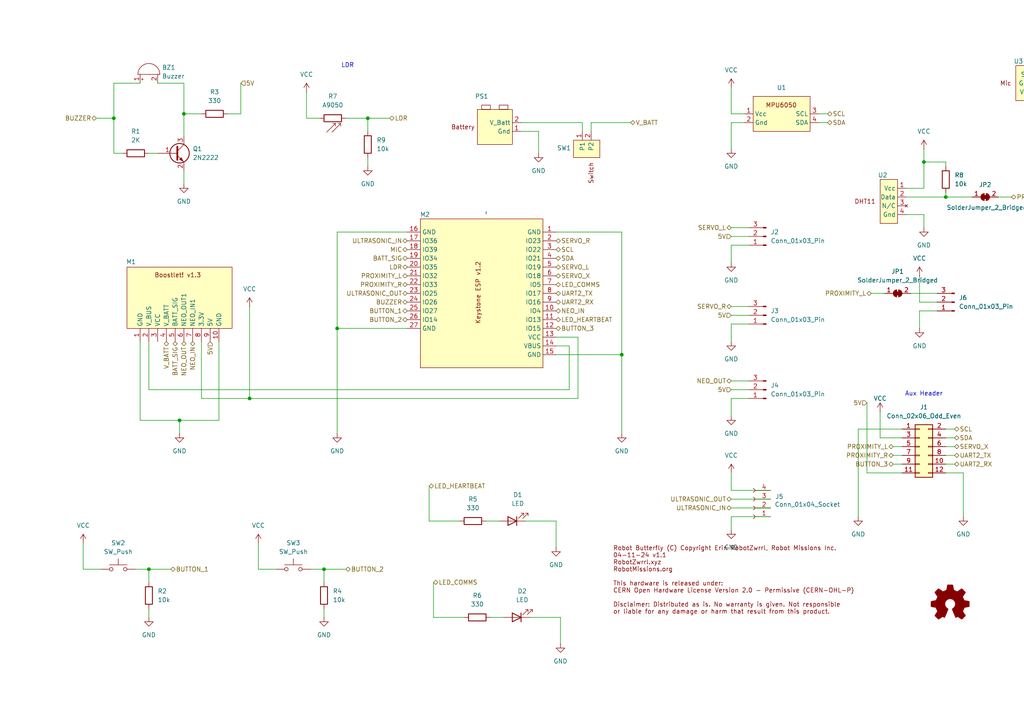
<source format=kicad_sch>
(kicad_sch (version 20231120) (generator "eeschema") (generator_version "8.0")
  (paper "A4")
  (title_block (title "Butterfly-Chonky") (date "03-16-24") (rev "v1.0"))
  (lib_symbols
    (symbol "!Conservify:2N2222" (pin_names (offset 0) hide)
      (property "Reference" "Q" (at 5.08 1.905 0))
      (property "Value" "2N2222" (at 5.08 0 0))
      (symbol "2N2222_0_1"
        (polyline (pts (xy 0.635 0.635) (xy 2.54 2.54)))
        (polyline (pts (xy 0.635 -0.635) (xy 2.54 -2.54) (xy 2.54 -2.54)))
        (polyline (pts (xy 0.635 1.905) (xy 0.635 -1.905) (xy 0.635 -1.905)) (stroke (width 0.508)))
        (polyline (pts (xy 1.27 -1.778) (xy 1.778 -1.27) (xy 2.286 -2.286) (xy 1.27 -1.778) (xy 1.27 -1.778)) (fill (type outline)))
        (circle (center 1.27 0) (radius 2.8194) (stroke (width 0.254)))
      )
      (symbol "2N2222_1_1"
        (pin passive line (at -5.08 0 0) (length 5.715) (name "B") (number "1"))
        (pin passive line (at 2.54 -5.08 90) (length 2.54) (name "E") (number "2"))
        (pin passive line (at 2.54 5.08 270) (length 2.54) (name "C") (number "3"))
      )
    )
    (symbol "!RobotButterfly:2xAA_Battery_Module"
      (property "Reference" "PS" (at 1.27 2.54 0))
      (symbol "2xAA_Battery_Module_1_1"
        (rectangle (start 0 0) (end 10.16 -10.16) (fill (type background)))
        (rectangle (start 1.27 1.27) (end 3.81 0))
        (rectangle (start 6.35 1.27) (end 8.89 0))
        (text "Battery" (at -7.62 -5.08 0) (effects (font (size 1.27 1.27)) (justify left)))
        (pin input line (at 12.7 -6.35 180) (length 2.54) (name "Gnd") (number "1"))
        (pin input line (at 12.7 -3.81 180) (length 2.54) (name "V_Batt") (number "2"))
      )
    )
    (symbol "!RobotButterfly:Boostlet_v1.3"
      (property "Reference" "M" (at -14.478 6.35 0))
      (symbol "Boostlet_v1.3_1_1"
        (rectangle (start -15.24 5.08) (end 15.24 -12.7) (fill (type background)))
        (text "Boostlet! v1.3" (at -0.508 2.794 0) (effects (font (size 1.27 1.27))))
        (pin passive line (at -11.43 -16.51 90) (length 3.81) (name "GND") (number "1"))
        (pin passive line (at 11.43 -16.51 90) (length 3.81) (name "GND") (number "10"))
        (pin passive line (at -8.89 -16.51 90) (length 3.81) (name "V_BUS") (number "2"))
        (pin passive line (at -6.35 -16.51 90) (length 3.81) (name "VCC") (number "3"))
        (pin passive line (at -3.81 -16.51 90) (length 3.81) (name "V_BATT") (number "4"))
        (pin passive line (at -1.27 -16.51 90) (length 3.81) (name "BATT_SIG") (number "5"))
        (pin passive line (at 1.27 -16.51 90) (length 3.81) (name "NEO_OUT1") (number "6"))
        (pin passive line (at 3.81 -16.51 90) (length 3.81) (name "NEO_IN1") (number "7"))
        (pin passive line (at 6.35 -16.51 90) (length 3.81) (name "3.3V") (number "8"))
        (pin passive line (at 8.89 -16.51 90) (length 3.81) (name "5V") (number "9"))
      )
    )
    (symbol "!RobotButterfly:DHT11_Module"
      (property "Reference" "U" (at 1.27 1.27 0))
      (symbol "DHT11_Module_1_1"
        (rectangle (start 0 0) (end 5.08 -12.7) (fill (type background)))
        (text "DHT11" (at -1.27 -6.35 0) (effects (font (size 1.27 1.27)) (justify right)))
        (pin input line (at 7.62 -2.54 180) (length 2.54) (name "Vcc") (number "1"))
        (pin bidirectional line (at 7.62 -5.08 180) (length 2.54) (name "Data") (number "2"))
        (pin no_connect line (at 7.62 -7.62 180) (length 2.54) (name "N/C") (number "3"))
        (pin input line (at 7.62 -10.16 180) (length 2.54) (name "Gnd") (number "4"))
      )
    )
    (symbol "!RobotButterfly:Keystone-ESP_v1.2"
      (property "Reference" "M" (at -21.844 18.796 0))
      (symbol "Keystone-ESP_v1.2_1_1"
        (rectangle (start -22.86 17.78) (end 20.32 -17.78) (fill (type background)))
        (text "Keystone ESP v1.2" (at -1.016 1.016 0) (effects (font (size 1.27 1.27))))
        (pin passive line (at 16.51 -21.59 90) (length 3.81) (name "GND") (number "1"))
        (pin passive line (at -6.35 -21.59 90) (length 3.81) (name "IO4") (number "10"))
        (pin passive line (at -8.89 -21.59 90) (length 3.81) (name "IO13") (number "11"))
        (pin passive line (at -11.43 -21.59 90) (length 3.81) (name "IO15") (number "12"))
        (pin passive line (at -13.97 -21.59 90) (length 3.81) (name "VCC") (number "13"))
        (pin passive line (at -16.51 -21.59 90) (length 3.81) (name "VBUS") (number "14"))
        (pin passive line (at -19.05 -21.59 90) (length 3.81) (name "GND") (number "15"))
        (pin passive line (at 16.51 21.59 270) (length 3.81) (name "GND") (number "16"))
        (pin passive line (at 13.97 21.59 270) (length 3.81) (name "IO36") (number "17"))
        (pin passive line (at 11.43 21.59 270) (length 3.81) (name "IO39") (number "18"))
        (pin passive line (at 8.89 21.59 270) (length 3.81) (name "IO34") (number "19"))
        (pin passive line (at 13.97 -21.59 90) (length 3.81) (name "IO23") (number "2"))
        (pin passive line (at 6.35 21.59 270) (length 3.81) (name "IO35") (number "20"))
        (pin passive line (at 3.81 21.59 270) (length 3.81) (name "IO32") (number "21"))
        (pin passive line (at 1.27 21.59 270) (length 3.81) (name "IO33") (number "22"))
        (pin passive line (at -1.27 21.59 270) (length 3.81) (name "IO25") (number "23"))
        (pin passive line (at -3.81 21.59 270) (length 3.81) (name "IO26") (number "24"))
        (pin passive line (at -6.35 21.59 270) (length 3.81) (name "IO27") (number "25"))
        (pin passive line (at -8.89 21.59 270) (length 3.81) (name "IO14") (number "26"))
        (pin passive line (at -11.43 21.59 270) (length 3.81) (name "GND") (number "27"))
        (pin passive line (at 11.43 -21.59 90) (length 3.81) (name "IO22") (number "3"))
        (pin passive line (at 8.89 -21.59 90) (length 3.81) (name "IO21") (number "4"))
        (pin passive line (at 6.35 -21.59 90) (length 3.81) (name "IO19") (number "5"))
        (pin passive line (at 3.81 -21.59 90) (length 3.81) (name "IO18") (number "6"))
        (pin passive line (at 1.27 -21.59 90) (length 3.81) (name "IO5") (number "7"))
        (pin passive line (at -1.27 -21.59 90) (length 3.81) (name "IO17") (number "8"))
        (pin passive line (at -3.81 -21.59 90) (length 3.81) (name "IO16") (number "9"))
      )
    )
    (symbol "!RobotButterfly:MPU6050_Module"
      (property "Reference" "U" (at 1.27 1.27 0))
      (symbol "MPU6050_Module_1_1"
        (rectangle (start 0 0) (end 16.51 -10.16) (fill (type background)))
        (text "MPU6050" (at 12.7 -2.54 0) (effects (font (size 1.27 1.27)) (justify right)))
        (pin input line (at -2.54 -5.08 0) (length 2.54) (name "Vcc") (number "1"))
        (pin input line (at -2.54 -7.62 0) (length 2.54) (name "Gnd") (number "2"))
        (pin bidirectional line (at 19.05 -5.08 180) (length 2.54) (name "SCL") (number "3"))
        (pin bidirectional line (at 19.05 -7.62 180) (length 2.54) (name "SDA") (number "4"))
      )
    )
    (symbol "!RobotButterfly:Mic_Module"
      (property "Reference" "U" (at 1.27 1.27 0))
      (symbol "Mic_Module_1_1"
        (rectangle (start 0 0) (end 5.08 -10.16) (fill (type background)))
        (text "Mic" (at -1.27 -5.08 0) (effects (font (size 1.27 1.27)) (justify right)))
        (pin output line (at 7.62 -2.54 180) (length 2.54) (name "Sig") (number "1"))
        (pin input line (at 7.62 -5.08 180) (length 2.54) (name "Gnd") (number "2"))
        (pin input line (at 7.62 -7.62 180) (length 2.54) (name "Vcc") (number "3"))
      )
    )
    (symbol "!RobotButterfly:Switch_Header"
      (property "Reference" "SW" (at 1.27 1.27 0))
      (symbol "Switch_Header_1_1"
        (rectangle (start 0 0) (end 5.08 -7.62) (fill (type background)))
        (text "Switch" (at -1.27 -5.08 0) (effects (font (size 1.27 1.27)) (justify right)))
        (pin input line (at 7.62 -2.54 180) (length 2.54) (name "P1") (number "1"))
        (pin input line (at 7.62 -5.08 180) (length 2.54) (name "P2") (number "2"))
      )
    )
    (symbol "Connector:Conn_01x03_Pin" (pin_names (offset 1.016) hide)
      (property "Reference" "J" (at 0 5.08 0))
      (property "Value" "Conn_01x03_Pin" (at 0 -5.08 0))
      (symbol "Conn_01x03_Pin_1_1"
        (polyline (pts (xy 1.27 -2.54) (xy 0.8636 -2.54)) (stroke (width 0.1524)))
        (polyline (pts (xy 1.27 0) (xy 0.8636 0)) (stroke (width 0.1524)))
        (polyline (pts (xy 1.27 2.54) (xy 0.8636 2.54)) (stroke (width 0.1524)))
        (rectangle (start 0.8636 -2.413) (end 0 -2.667) (stroke (width 0.1524)) (fill (type outline)))
        (rectangle (start 0.8636 0.127) (end 0 -0.127) (stroke (width 0.1524)) (fill (type outline)))
        (rectangle (start 0.8636 2.667) (end 0 2.413) (stroke (width 0.1524)) (fill (type outline)))
        (pin passive line (at 5.08 2.54 180) (length 3.81) (name "Pin_1") (number "1"))
        (pin passive line (at 5.08 0 180) (length 3.81) (name "Pin_2") (number "2"))
        (pin passive line (at 5.08 -2.54 180) (length 3.81) (name "Pin_3") (number "3"))
      )
    )
    (symbol "Connector:Conn_01x04_Socket" (pin_names (offset 1.016) hide)
      (property "Reference" "J" (at 0 5.08 0))
      (property "Value" "Conn_01x04_Socket" (at 0 -7.62 0))
      (symbol "Conn_01x04_Socket_1_1"
        (arc (start 0 -4.572) (mid -0.5058 -5.08) (end 0 -5.588) (stroke (width 0.1524)))
        (arc (start 0 -2.032) (mid -0.5058 -2.54) (end 0 -3.048) (stroke (width 0.1524)))
        (polyline (pts (xy -1.27 -5.08) (xy -0.508 -5.08)) (stroke (width 0.1524)))
        (polyline (pts (xy -1.27 -2.54) (xy -0.508 -2.54)) (stroke (width 0.1524)))
        (polyline (pts (xy -1.27 0) (xy -0.508 0)) (stroke (width 0.1524)))
        (polyline (pts (xy -1.27 2.54) (xy -0.508 2.54)) (stroke (width 0.1524)))
        (arc (start 0 0.508) (mid -0.5058 0) (end 0 -0.508) (stroke (width 0.1524)))
        (arc (start 0 3.048) (mid -0.5058 2.54) (end 0 2.032) (stroke (width 0.1524)))
        (pin passive line (at -5.08 2.54 0) (length 3.81) (name "Pin_1") (number "1"))
        (pin passive line (at -5.08 0 0) (length 3.81) (name "Pin_2") (number "2"))
        (pin passive line (at -5.08 -2.54 0) (length 3.81) (name "Pin_3") (number "3"))
        (pin passive line (at -5.08 -5.08 0) (length 3.81) (name "Pin_4") (number "4"))
      )
    )
    (symbol "Connector_Generic:Conn_02x06_Odd_Even" (pin_names (offset 1.016) hide)
      (property "Reference" "J" (at 1.27 7.62 0))
      (property "Value" "Conn_02x06_Odd_Even" (at 1.27 -10.16 0))
      (symbol "Conn_02x06_Odd_Even_1_1"
        (rectangle (start -1.27 -7.493) (end 0 -7.747) (stroke (width 0.1524)))
        (rectangle (start -1.27 -4.953) (end 0 -5.207) (stroke (width 0.1524)))
        (rectangle (start -1.27 -2.413) (end 0 -2.667) (stroke (width 0.1524)))
        (rectangle (start -1.27 0.127) (end 0 -0.127) (stroke (width 0.1524)))
        (rectangle (start -1.27 2.667) (end 0 2.413) (stroke (width 0.1524)))
        (rectangle (start -1.27 5.207) (end 0 4.953) (stroke (width 0.1524)))
        (rectangle (start -1.27 6.35) (end 3.81 -8.89) (stroke (width 0.254)) (fill (type background)))
        (rectangle (start 3.81 -7.493) (end 2.54 -7.747) (stroke (width 0.1524)))
        (rectangle (start 3.81 -4.953) (end 2.54 -5.207) (stroke (width 0.1524)))
        (rectangle (start 3.81 -2.413) (end 2.54 -2.667) (stroke (width 0.1524)))
        (rectangle (start 3.81 0.127) (end 2.54 -0.127) (stroke (width 0.1524)))
        (rectangle (start 3.81 2.667) (end 2.54 2.413) (stroke (width 0.1524)))
        (rectangle (start 3.81 5.207) (end 2.54 4.953) (stroke (width 0.1524)))
        (pin passive line (at -5.08 5.08 0) (length 3.81) (name "Pin_1") (number "1"))
        (pin passive line (at 7.62 -5.08 180) (length 3.81) (name "Pin_10") (number "10"))
        (pin passive line (at -5.08 -7.62 0) (length 3.81) (name "Pin_11") (number "11"))
        (pin passive line (at 7.62 -7.62 180) (length 3.81) (name "Pin_12") (number "12"))
        (pin passive line (at 7.62 5.08 180) (length 3.81) (name "Pin_2") (number "2"))
        (pin passive line (at -5.08 2.54 0) (length 3.81) (name "Pin_3") (number "3"))
        (pin passive line (at 7.62 2.54 180) (length 3.81) (name "Pin_4") (number "4"))
        (pin passive line (at -5.08 0 0) (length 3.81) (name "Pin_5") (number "5"))
        (pin passive line (at 7.62 0 180) (length 3.81) (name "Pin_6") (number "6"))
        (pin passive line (at -5.08 -2.54 0) (length 3.81) (name "Pin_7") (number "7"))
        (pin passive line (at 7.62 -2.54 180) (length 3.81) (name "Pin_8") (number "8"))
        (pin passive line (at -5.08 -5.08 0) (length 3.81) (name "Pin_9") (number "9"))
      )
    )
    (symbol "Device:Buzzer" (pin_names (offset 0.0254) hide)
      (property "Reference" "BZ" (at 3.81 1.27 0))
      (property "Value" "Buzzer" (at 3.81 -1.27 0))
      (symbol "Buzzer_0_1"
        (arc (start 0 -3.175) (mid 3.1612 0) (end 0 3.175))
        (polyline (pts (xy -1.651 1.905) (xy -1.143 1.905)))
        (polyline (pts (xy -1.397 2.159) (xy -1.397 1.651)))
        (polyline (pts (xy 0 3.175) (xy 0 -3.175)))
      )
      (symbol "Buzzer_1_1"
        (pin passive line (at -2.54 2.54 0) (length 2.54) (name "+") (number "1"))
        (pin passive line (at -2.54 -2.54 0) (length 2.54) (name "-") (number "2"))
      )
    )
    (symbol "Device:LED" (pin_numbers hide) (pin_names (offset 1.016) hide)
      (property "Reference" "D" (at 0 2.54 0))
      (property "Value" "LED" (at 0 -2.54 0))
      (symbol "LED_0_1"
        (polyline (pts (xy -1.27 -1.27) (xy -1.27 1.27)) (stroke (width 0.254)))
        (polyline (pts (xy -1.27 0) (xy 1.27 0)))
        (polyline (pts (xy 1.27 -1.27) (xy 1.27 1.27) (xy -1.27 0) (xy 1.27 -1.27)) (stroke (width 0.254)))
        (polyline (pts (xy -3.048 -0.762) (xy -4.572 -2.286) (xy -3.81 -2.286) (xy -4.572 -2.286) (xy -4.572 -1.524)))
        (polyline (pts (xy -1.778 -0.762) (xy -3.302 -2.286) (xy -2.54 -2.286) (xy -3.302 -2.286) (xy -3.302 -1.524)))
      )
      (symbol "LED_1_1"
        (pin passive line (at -3.81 0 0) (length 2.54) (name "K") (number "1"))
        (pin passive line (at 3.81 0 180) (length 2.54) (name "A") (number "2"))
      )
    )
    (symbol "Device:R" (pin_numbers hide) (pin_names (offset 0))
      (property "Reference" "R" (at 2.032 0 90))
      (property "Value" "R" (at 0 0 90))
      (symbol "R_0_1"
        (rectangle (start -1.016 -2.54) (end 1.016 2.54) (stroke (width 0.254)))
      )
      (symbol "R_1_1"
        (pin passive line (at 0 3.81 270) (length 1.27) (name "~") (number "1"))
        (pin passive line (at 0 -3.81 90) (length 1.27) (name "~") (number "2"))
      )
    )
    (symbol "Graphic:Logo_Open_Hardware_Small" (in_bom no) (on_board no)
      (symbol "Logo_Open_Hardware_Small_0_1"
        (polyline (pts (xy 3.3528 -4.3434) (xy 3.302 -4.318) (xy 3.175 -4.2418) (xy 2.9972 -4.1148) (xy 2.7686 -3.9624) (xy 2.54 -3.81) (xy 2.3622 -3.7084) (xy 2.2352 -3.6068) (xy 2.1844 -3.5814) (xy 2.159 -3.6068) (xy 2.0574 -3.6576) (xy 1.905 -3.7338) (xy 1.8034 -3.7846) (xy 1.6764 -3.8354) (xy 1.6002 -3.8354) (xy 1.6002 -3.8354) (xy 1.5494 -3.7338) (xy 1.4732 -3.5306) (xy 1.3462 -3.302) (xy 1.2446 -3.0226) (xy 1.1176 -2.7178) (xy 0.9652 -2.413) (xy 0.8636 -2.1082) (xy 0.7366 -1.8288) (xy 0.6604 -1.6256) (xy 0.6096 -1.4732) (xy 0.5842 -1.397) (xy 0.5842 -1.397) (xy 0.6604 -1.3208) (xy 0.7874 -1.2446) (xy 1.0414 -1.016) (xy 1.2954 -0.6858) (xy 1.4478 -0.3302) (xy 1.524 0.0762) (xy 1.4732 0.4572) (xy 1.3208 0.8128) (xy 1.0668 1.143) (xy 0.762 1.3716) (xy 0.4064 1.524) (xy 0 1.5748) (xy -0.381 1.5494) (xy -0.7366 1.397) (xy -1.0668 1.143) (xy -1.2192 0.9906) (xy -1.397 0.6604) (xy -1.524 0.3048) (xy -1.524 0.2286) (xy -1.4986 -0.1778) (xy -1.397 -0.5334) (xy -1.1938 -0.8636) (xy -0.9144 -1.143) (xy -0.8636 -1.1684) (xy -0.7366 -1.27) (xy -0.635 -1.3462) (xy -0.5842 -1.397) (xy -1.0668 -2.5908) (xy -1.143 -2.794) (xy -1.2954 -3.1242) (xy -1.397 -3.4036) (xy -1.4986 -3.6322) (xy -1.5748 -3.7846) (xy -1.6002 -3.8354) (xy -1.6002 -3.8354) (xy -1.651 -3.8354) (xy -1.7272 -3.81) (xy -1.905 -3.7338) (xy -2.0066 -3.683) (xy -2.1336 -3.6068) (xy -2.2098 -3.5814) (xy -2.2606 -3.6068) (xy -2.3622 -3.683) (xy -2.54 -3.81) (xy -2.7686 -3.9624) (xy -2.9718 -4.0894) (xy -3.1496 -4.2164) (xy -3.302 -4.318) (xy -3.3528 -4.3434) (xy -3.3782 -4.3434) (xy -3.429 -4.318) (xy -3.5306 -4.2164) (xy -3.7084 -4.064) (xy -3.937 -3.8354) (xy -3.9624 -3.81) (xy -4.1656 -3.6068) (xy -4.318 -3.4544) (xy -4.4196 -3.3274) (xy -4.445 -3.2766) (xy -4.445 -3.2766) (xy -4.4196 -3.2258) (xy -4.318 -3.0734) (xy -4.2164 -2.8956) (xy -4.064 -2.667) (xy -3.6576 -2.0828) (xy -3.8862 -1.5494) (xy -3.937 -1.3716) (xy -4.0386 -1.1684) (xy -4.0894 -1.0414) (xy -4.1148 -0.9652) (xy -4.191 -0.9398) (xy -4.318 -0.9144) (xy -4.5466 -0.8636) (xy -4.8006 -0.8128) (xy -5.0546 -0.7874) (xy -5.2578 -0.7366) (xy -5.4356 -0.7112) (xy -5.5118 -0.6858) (xy -5.5118 -0.6858) (xy -5.5372 -0.635) (xy -5.5372 -0.5588) (xy -5.5372 -0.4318) (xy -5.5626 -0.2286) (xy -5.5626 0.0762) (xy -5.5626 0.127) (xy -5.5372 0.4064) (xy -5.5372 0.635) (xy -5.5372 0.762) (xy -5.5372 0.8382) (xy -5.5372 0.8382) (xy -5.461 0.8382) (xy -5.3086 0.889) (xy -5.08 0.9144) (xy -4.826 0.9652) (xy -4.8006 0.9906) (xy -4.5466 1.0414) (xy -4.318 1.0668) (xy -4.1656 1.1176) (xy -4.0894 1.143) (xy -4.0894 1.143) (xy -4.0386 1.2446) (xy -3.9624 1.4224) (xy -3.8608 1.6256) (xy -3.7846 1.8288) (xy -3.7084 2.0066) (xy -3.6576 2.159) (xy -3.6322 2.2098) (xy -3.6322 2.2098) (xy -3.683 2.286) (xy -3.7592 2.413) (xy -3.8862 2.5908) (xy -4.064 2.8194) (xy -4.064 2.8448) (xy -4.2164 3.0734) (xy -4.3434 3.2512) (xy -4.4196 3.3782) (xy -4.445 3.4544) (xy -4.445 3.4544) (xy -4.3942 3.5052) (xy -4.2926 3.6322) (xy -4.1148 3.81) (xy -3.937 4.0132) (xy -3.8608 4.064) (xy -3.6576 4.2926) (xy -3.5052 4.4196) (xy -3.4036 4.4958) (xy -3.3528 4.5212) (xy -3.3528 4.5212) (xy -3.302 4.4704) (xy -3.1496 4.3688) (xy -2.9718 4.2418) (xy -2.7432 4.0894) (xy -2.7178 4.0894) (xy -2.4892 3.937) (xy -2.3114 3.81) (xy -2.1844 3.7084) (xy -2.1336 3.683) (xy -2.1082 3.683) (xy -2.032 3.7084) (xy -1.8542 3.7592) (xy -1.6764 3.8354) (xy -1.4732 3.937) (xy -1.27 4.0132) (xy -1.143 4.064) (xy -1.0668 4.1148) (xy -1.0668 4.1148) (xy -1.0414 4.191) (xy -1.016 4.3434) (xy -0.9652 4.572) (xy -0.9144 4.8514) (xy -0.889 4.9022) (xy -0.8382 5.1562) (xy -0.8128 5.3848) (xy -0.7874 5.5372) (xy -0.762 5.588) (xy -0.7112 5.6134) (xy -0.5842 5.6134) (xy -0.4064 5.6134) (xy -0.1524 5.6134) (xy 0.0762 5.6134) (xy 0.3302 5.6134) (xy 0.5334 5.6134) (xy 0.6858 5.588) (xy 0.7366 5.588) (xy 0.7366 5.588) (xy 0.762 5.5118) (xy 0.8128 5.334) (xy 0.8382 5.1054) (xy 0.9144 4.826) (xy 0.9144 4.7752) (xy 0.9652 4.5212) (xy 1.016 4.2926) (xy 1.0414 4.1402) (xy 1.0668 4.0894) (xy 1.0668 4.0894) (xy 1.1938 4.0386) (xy 1.3716 3.9624) (xy 1.5748 3.8608) (xy 2.0828 3.6576) (xy 2.7178 4.0894) (xy 2.7686 4.1402) (xy 2.9972 4.2926) (xy 3.175 4.4196) (xy 3.302 4.4958) (xy 3.3782 4.5212) (xy 3.3782 4.5212) (xy 3.429 4.4704) (xy 3.556 4.3434) (xy 3.7338 4.191) (xy 3.9116 3.9878) (xy 4.064 3.8354) (xy 4.2418 3.6576) (xy 4.3434 3.556) (xy 4.4196 3.4798) (xy 4.4196 3.429) (xy 4.4196 3.4036) (xy 4.3942 3.3274) (xy 4.2926 3.2004) (xy 4.1656 2.9972) (xy 4.0132 2.794) (xy 3.8862 2.5908) (xy 3.7592 2.3876) (xy 3.6576 2.2352) (xy 3.6322 2.159) (xy 3.6322 2.1336) (xy 3.683 2.0066) (xy 3.7592 1.8288) (xy 3.8608 1.6002) (xy 4.064 1.1176) (xy 4.3942 1.0414) (xy 4.5974 1.016) (xy 4.8768 0.9652) (xy 5.1308 0.9144) (xy 5.5372 0.8382) (xy 5.5626 -0.6604) (xy 5.4864 -0.6858) (xy 5.4356 -0.6858) (xy 5.2832 -0.7366) (xy 5.0546 -0.762) (xy 4.8006 -0.8128) (xy 4.5974 -0.8636) (xy 4.3688 -0.9144) (xy 4.2164 -0.9398) (xy 4.1402 -0.9398) (xy 4.1148 -0.9652) (xy 4.064 -1.0668) (xy 3.9878 -1.2446) (xy 3.9116 -1.4478) (xy 3.81 -1.651) (xy 3.7338 -1.8542) (xy 3.683 -2.0066) (xy 3.6576 -2.0828) (xy 3.683 -2.1336) (xy 3.7846 -2.2606) (xy 3.8862 -2.4638) (xy 4.0386 -2.667) (xy 4.191 -2.8956) (xy 4.318 -3.0734) (xy 4.3942 -3.2004) (xy 4.445 -3.2766) (xy 4.4196 -3.3274) (xy 4.3434 -3.429) (xy 4.1656 -3.5814) (xy 3.937 -3.8354) (xy 3.8862 -3.8608) (xy 3.683 -4.064) (xy 3.5306 -4.2164) (xy 3.4036 -4.318) (xy 3.3528 -4.3434)) (fill (type outline)))
      )
    )
    (symbol "Jumper:SolderJumper_2_Bridged" (pin_names (offset 0) hide)
      (property "Reference" "JP" (at 0 2.032 0))
      (property "Value" "SolderJumper_2_Bridged" (at 0 -2.54 0))
      (symbol "SolderJumper_2_Bridged_0_1"
        (rectangle (start -0.508 0.508) (end 0.508 -0.508) (fill (type outline)))
        (arc (start -0.254 1.016) (mid -1.2656 0) (end -0.254 -1.016))
        (arc (start -0.254 1.016) (mid -1.2656 0) (end -0.254 -1.016) (fill (type outline)))
        (polyline (pts (xy -0.254 1.016) (xy -0.254 -1.016)))
        (polyline (pts (xy 0.254 1.016) (xy 0.254 -1.016)))
        (arc (start 0.254 -1.016) (mid 1.2656 0) (end 0.254 1.016))
        (arc (start 0.254 -1.016) (mid 1.2656 0) (end 0.254 1.016) (fill (type outline)))
      )
      (symbol "SolderJumper_2_Bridged_1_1"
        (pin passive line (at -3.81 0 0) (length 2.54) (name "A") (number "1"))
        (pin passive line (at 3.81 0 180) (length 2.54) (name "B") (number "2"))
      )
    )
    (symbol "Sensor_Optical:A9050" (pin_numbers hide) (pin_names (offset 0))
      (property "Reference" "R" (at -5.08 0 90))
      (property "Value" "A9050" (at 1.905 0 90))
      (symbol "A9050_0_1"
        (rectangle (start -1.016 2.54) (end 1.016 -2.54) (stroke (width 0.254)))
        (polyline (pts (xy -1.524 -2.286) (xy -4.064 0.254)))
        (polyline (pts (xy -1.524 -2.286) (xy -2.286 -2.286)))
        (polyline (pts (xy -1.524 -2.286) (xy -1.524 -1.524)))
        (polyline (pts (xy -1.524 -0.762) (xy -4.064 1.778)))
        (polyline (pts (xy -1.524 -0.762) (xy -2.286 -0.762)))
        (polyline (pts (xy -1.524 -0.762) (xy -1.524 0)))
      )
      (symbol "A9050_1_1"
        (pin passive line (at 0 3.81 270) (length 1.27) (name "~") (number "1"))
        (pin passive line (at 0 -3.81 90) (length 1.27) (name "~") (number "2"))
      )
    )
    (symbol "Switch:SW_Push" (pin_numbers hide) (pin_names (offset 1.016) hide)
      (property "Reference" "SW" (at 1.27 2.54 0))
      (property "Value" "SW_Push" (at 0 -1.524 0))
      (symbol "SW_Push_0_1"
        (circle (center -2.032 0) (radius 0.508))
        (polyline (pts (xy 0 1.27) (xy 0 3.048)))
        (polyline (pts (xy 2.54 1.27) (xy -2.54 1.27)))
        (circle (center 2.032 0) (radius 0.508))
        (pin passive line (at -5.08 0 0) (length 2.54) (name "1") (number "1"))
        (pin passive line (at 5.08 0 180) (length 2.54) (name "2") (number "2"))
      )
    )
    (symbol "power:GND" (power) (pin_numbers hide) (pin_names (offset 0) hide)
      (property "Value" "GND" (at 0 -3.81 0))
      (symbol "GND_0_1"
        (polyline (pts (xy 0 0) (xy 0 -1.27) (xy 1.27 -1.27) (xy 0 -2.54) (xy -1.27 -1.27) (xy 0 -1.27)))
      )
      (symbol "GND_1_1"
        (pin power_in line (at 0 0 270) (length 0) (name "~") (number "1"))
      )
    )
    (symbol "power:VCC" (power) (pin_numbers hide) (pin_names (offset 0) hide)
      (property "Value" "VCC" (at 0 3.556 0))
      (symbol "VCC_0_1"
        (polyline (pts (xy -0.762 1.27) (xy 0 2.54)))
        (polyline (pts (xy 0 0) (xy 0 2.54)))
        (polyline (pts (xy 0 2.54) (xy 0.762 1.27)))
      )
      (symbol "VCC_1_1"
        (pin power_in line (at 0 0 90) (length 0) (name "~") (number "1"))
      )
    )
  )
  (junction (at 52.07 121.92))
  (junction (at 274.32 57.15))
  (junction (at 93.98 165.1))
  (junction (at 180.34 102.87))
  (junction (at 106.68 34.29))
  (junction (at 43.18 165.1))
  (junction (at 267.97 46.99))
  (junction (at 53.34 33.02))
  (junction (at 33.02 34.29))
  (junction (at 72.39 115.57))
  (junction (at 97.79 95.25))
  (wire (pts (xy 274.32 134.62) (xy 276.86 134.62)))
  (wire (pts (xy 88.9 34.29) (xy 92.71 34.29)))
  (wire (pts (xy 259.08 134.62) (xy 261.62 134.62)))
  (wire (pts (xy 255.27 119.38) (xy 255.27 127)))
  (wire (pts (xy 264.16 85.09) (xy 271.78 85.09)))
  (wire (pts (xy 212.09 142.24) (xy 223.52 142.24)))
  (wire (pts (xy 45.72 24.13) (xy 53.34 24.13)))
  (wire (pts (xy 52.07 121.92) (xy 52.07 125.73)))
  (wire (pts (xy 97.79 67.31) (xy 97.79 95.25)))
  (wire (pts (xy 259.08 132.08) (xy 261.62 132.08)))
  (wire (pts (xy 153.67 179.07) (xy 162.56 179.07)))
  (wire (pts (xy 39.37 165.1) (xy 43.18 165.1)))
  (wire (pts (xy 279.4 137.16) (xy 279.4 149.86)))
  (wire (pts (xy 180.34 67.31) (xy 180.34 102.87)))
  (wire (pts (xy 212.09 147.32) (xy 223.52 147.32)))
  (wire (pts (xy 267.97 46.99) (xy 267.97 43.18)))
  (wire (pts (xy 262.89 57.15) (xy 274.32 57.15)))
  (wire (pts (xy 43.18 113.03) (xy 165.1 113.03)))
  (wire (pts (xy 267.97 62.23) (xy 267.97 66.04)))
  (wire (pts (xy 156.21 38.1) (xy 156.21 44.45)))
  (wire (pts (xy 63.5 121.92) (xy 52.07 121.92)))
  (wire (pts (xy 53.34 33.02) (xy 58.42 33.02)))
  (wire (pts (xy 252.73 85.09) (xy 256.54 85.09)))
  (wire (pts (xy 289.56 57.15) (xy 293.37 57.15)))
  (wire (pts (xy 97.79 95.25) (xy 118.11 95.25)))
  (wire (pts (xy 142.24 179.07) (xy 146.05 179.07)))
  (wire (pts (xy 33.02 34.29) (xy 33.02 44.45)))
  (wire (pts (xy 161.29 67.31) (xy 180.34 67.31)))
  (wire (pts (xy 212.09 137.16) (xy 212.09 142.24)))
  (wire (pts (xy 167.64 97.79) (xy 167.64 115.57)))
  (wire (pts (xy 212.09 149.86) (xy 212.09 153.67)))
  (wire (pts (xy 274.32 57.15) (xy 281.94 57.15)))
  (wire (pts (xy 212.09 66.04) (xy 217.17 66.04)))
  (wire (pts (xy 212.09 110.49) (xy 217.17 110.49)))
  (wire (pts (xy 274.32 127) (xy 276.86 127)))
  (wire (pts (xy 212.09 88.9) (xy 217.17 88.9)))
  (wire (pts (xy 308.61 24.13) (xy 308.61 31.75)))
  (wire (pts (xy 215.9 35.56) (xy 212.09 35.56)))
  (wire (pts (xy 212.09 91.44) (xy 217.17 91.44)))
  (wire (pts (xy 161.29 102.87) (xy 180.34 102.87)))
  (wire (pts (xy 24.13 157.48) (xy 24.13 165.1)))
  (wire (pts (xy 302.26 26.67) (xy 304.8 26.67)))
  (wire (pts (xy 53.34 39.37) (xy 53.34 33.02)))
  (wire (pts (xy 212.09 149.86) (xy 223.52 149.86)))
  (wire (pts (xy 165.1 100.33) (xy 165.1 113.03)))
  (wire (pts (xy 240.03 33.02) (xy 237.49 33.02)))
  (wire (pts (xy 240.03 35.56) (xy 237.49 35.56)))
  (wire (pts (xy 212.09 25.4) (xy 212.09 33.02)))
  (wire (pts (xy 90.17 165.1) (xy 93.98 165.1)))
  (wire (pts (xy 69.85 24.13) (xy 69.85 33.02)))
  (wire (pts (xy 248.92 124.46) (xy 248.92 149.86)))
  (wire (pts (xy 72.39 88.9) (xy 72.39 115.57)))
  (wire (pts (xy 274.32 129.54) (xy 276.86 129.54)))
  (wire (pts (xy 33.02 44.45) (xy 35.56 44.45)))
  (wire (pts (xy 262.89 54.61) (xy 267.97 54.61)))
  (wire (pts (xy 125.73 168.91) (xy 125.73 179.07)))
  (wire (pts (xy 274.32 55.88) (xy 274.32 57.15)))
  (wire (pts (xy 133.35 151.13) (xy 124.46 151.13)))
  (wire (pts (xy 27.94 34.29) (xy 33.02 34.29)))
  (wire (pts (xy 302.26 24.13) (xy 308.61 24.13)))
  (wire (pts (xy 152.4 151.13) (xy 161.29 151.13)))
  (wire (pts (xy 134.62 179.07) (xy 125.73 179.07)))
  (wire (pts (xy 271.78 90.17) (xy 266.7 90.17)))
  (wire (pts (xy 72.39 115.57) (xy 167.64 115.57)))
  (wire (pts (xy 261.62 137.16) (xy 251.46 137.16)))
  (wire (pts (xy 261.62 124.46) (xy 248.92 124.46)))
  (wire (pts (xy 266.7 80.01) (xy 266.7 87.63)))
  (wire (pts (xy 217.17 71.12) (xy 212.09 71.12)))
  (wire (pts (xy 304.8 26.67) (xy 304.8 15.24)))
  (wire (pts (xy 274.32 132.08) (xy 276.86 132.08)))
  (wire (pts (xy 151.13 38.1) (xy 156.21 38.1)))
  (wire (pts (xy 93.98 165.1) (xy 93.98 168.91)))
  (wire (pts (xy 100.33 34.29) (xy 106.68 34.29)))
  (wire (pts (xy 212.09 113.03) (xy 217.17 113.03)))
  (wire (pts (xy 93.98 176.53) (xy 93.98 179.07)))
  (wire (pts (xy 262.89 62.23) (xy 267.97 62.23)))
  (wire (pts (xy 171.45 38.1) (xy 171.45 35.56)))
  (wire (pts (xy 161.29 100.33) (xy 165.1 100.33)))
  (wire (pts (xy 161.29 97.79) (xy 167.64 97.79)))
  (wire (pts (xy 274.32 137.16) (xy 279.4 137.16)))
  (wire (pts (xy 212.09 93.98) (xy 212.09 99.06)))
  (wire (pts (xy 53.34 49.53) (xy 53.34 53.34)))
  (wire (pts (xy 151.13 35.56) (xy 168.91 35.56)))
  (wire (pts (xy 212.09 68.58) (xy 217.17 68.58)))
  (wire (pts (xy 124.46 140.97) (xy 124.46 151.13)))
  (wire (pts (xy 74.93 157.48) (xy 74.93 165.1)))
  (wire (pts (xy 43.18 165.1) (xy 49.53 165.1)))
  (wire (pts (xy 212.09 71.12) (xy 212.09 76.2)))
  (wire (pts (xy 58.42 115.57) (xy 72.39 115.57)))
  (wire (pts (xy 302.26 21.59) (xy 308.61 21.59)))
  (wire (pts (xy 52.07 121.92) (xy 40.64 121.92)))
  (wire (pts (xy 261.62 127) (xy 255.27 127)))
  (wire (pts (xy 40.64 99.06) (xy 40.64 121.92)))
  (wire (pts (xy 33.02 34.29) (xy 33.02 24.13)))
  (wire (pts (xy 66.04 33.02) (xy 69.85 33.02)))
  (wire (pts (xy 43.18 165.1) (xy 43.18 168.91)))
  (wire (pts (xy 212.09 144.78) (xy 223.52 144.78)))
  (wire (pts (xy 43.18 176.53) (xy 43.18 179.07)))
  (wire (pts (xy 43.18 113.03) (xy 43.18 99.06)))
  (wire (pts (xy 266.7 87.63) (xy 271.78 87.63)))
  (wire (pts (xy 251.46 116.84) (xy 251.46 137.16)))
  (wire (pts (xy 217.17 93.98) (xy 212.09 93.98)))
  (wire (pts (xy 29.21 165.1) (xy 24.13 165.1)))
  (wire (pts (xy 259.08 129.54) (xy 261.62 129.54)))
  (wire (pts (xy 267.97 54.61) (xy 267.97 46.99)))
  (wire (pts (xy 168.91 35.56) (xy 168.91 38.1)))
  (wire (pts (xy 63.5 99.06) (xy 63.5 121.92)))
  (wire (pts (xy 212.09 115.57) (xy 212.09 120.65)))
  (wire (pts (xy 140.97 151.13) (xy 144.78 151.13)))
  (wire (pts (xy 212.09 35.56) (xy 212.09 43.18)))
  (wire (pts (xy 161.29 151.13) (xy 161.29 158.75)))
  (wire (pts (xy 106.68 34.29) (xy 113.03 34.29)))
  (wire (pts (xy 180.34 102.87) (xy 180.34 125.73)))
  (wire (pts (xy 267.97 46.99) (xy 274.32 46.99)))
  (wire (pts (xy 97.79 95.25) (xy 97.79 125.73)))
  (wire (pts (xy 215.9 33.02) (xy 212.09 33.02)))
  (wire (pts (xy 58.42 115.57) (xy 58.42 99.06)))
  (wire (pts (xy 217.17 115.57) (xy 212.09 115.57)))
  (wire (pts (xy 106.68 45.72) (xy 106.68 48.26)))
  (wire (pts (xy 118.11 67.31) (xy 97.79 67.31)))
  (wire (pts (xy 43.18 44.45) (xy 45.72 44.45)))
  (wire (pts (xy 88.9 26.67) (xy 88.9 34.29)))
  (wire (pts (xy 33.02 24.13) (xy 40.64 24.13)))
  (wire (pts (xy 274.32 124.46) (xy 276.86 124.46)))
  (wire (pts (xy 80.01 165.1) (xy 74.93 165.1)))
  (wire (pts (xy 274.32 48.26) (xy 274.32 46.99)))
  (wire (pts (xy 53.34 33.02) (xy 53.34 24.13)))
  (wire (pts (xy 106.68 34.29) (xy 106.68 38.1)))
  (wire (pts (xy 93.98 165.1) (xy 100.33 165.1)))
  (wire (pts (xy 266.7 90.17) (xy 266.7 95.25)))
  (wire (pts (xy 162.56 179.07) (xy 162.56 186.69)))
  (wire (pts (xy 171.45 35.56) (xy 182.88 35.56)))
  (text "gnd\n32\n33\n22\n21\n18\n17\n16\n15\nvcc\n5v\ngnd\n" (at 300.736 135.89 0) (effects (font (size 1.27 1.27))))
  (text "Robot Butterfly (C) Copyright Erin RobotZwrrl, Robot Missions Inc.\n04-11-24 v1.1\nRobotZwrrl.xyz\nRobotMissions.org\n\nThis hardware is released under:\nCERN Open Hardware License Version 2.0 - Permissive (CERN-OHL-P)\n\nDisclaimer: Distributed as is. No warranty is given. Not responsible \nor liable for any damage or harm that result from this product." (at 177.8 178.308 0) (effects (font (size 1.27 1.27)) (justify left bottom)))
  (text "Aux Header" (at 267.97 114.3 0) (effects (font (size 1.27 1.27))))
  (text "LDR" (at 100.838 19.05 0) (effects (font (size 1.27 1.27))))
  (hierarchical_label "NEO_OUT" (shape bidirectional) (at 53.34 99.06 270))
  (hierarchical_label "ULTRASONIC_IN" (shape bidirectional) (at 118.11 69.85 180))
  (hierarchical_label "BUTTON_3" (shape bidirectional) (at 161.29 95.25 0))
  (hierarchical_label "SERVO_L" (shape bidirectional) (at 212.09 66.04 180))
  (hierarchical_label "BUZZER" (shape bidirectional) (at 118.11 87.63 180))
  (hierarchical_label "LDR" (shape bidirectional) (at 113.03 34.29 0))
  (hierarchical_label "LED_COMMS" (shape bidirectional) (at 161.29 82.55 0))
  (hierarchical_label "BUTTON_1" (shape bidirectional) (at 118.11 90.17 180))
  (hierarchical_label "SERVO_R" (shape bidirectional) (at 212.09 88.9 180))
  (hierarchical_label "UART2_TX" (shape bidirectional) (at 161.29 85.09 0))
  (hierarchical_label "5V" (shape input) (at 212.09 91.44 180))
  (hierarchical_label "LED_HEARTBEAT" (shape bidirectional) (at 161.29 92.71 0))
  (hierarchical_label "V_BATT" (shape bidirectional) (at 182.88 35.56 0))
  (hierarchical_label "ULTRASONIC_OUT" (shape bidirectional) (at 212.09 144.78 180))
  (hierarchical_label "5V" (shape input) (at 212.09 68.58 180))
  (hierarchical_label "BUTTON_2" (shape bidirectional) (at 118.11 92.71 180))
  (hierarchical_label "SCL" (shape bidirectional) (at 161.29 72.39 0))
  (hierarchical_label "SERVO_L" (shape bidirectional) (at 161.29 77.47 0))
  (hierarchical_label "PROXIMITY_R" (shape bidirectional) (at 259.08 132.08 180))
  (hierarchical_label "BATT_SIG" (shape bidirectional) (at 118.11 74.93 180))
  (hierarchical_label "SDA" (shape bidirectional) (at 161.29 74.93 0))
  (hierarchical_label "SCL" (shape bidirectional) (at 276.86 124.46 0))
  (hierarchical_label "PROXIMITY_L" (shape bidirectional) (at 252.73 85.09 180))
  (hierarchical_label "PROXIMITY_R" (shape bidirectional) (at 293.37 57.15 0))
  (hierarchical_label "5V" (shape input) (at 212.09 113.03 180))
  (hierarchical_label "5V" (shape input) (at 251.46 116.84 180))
  (hierarchical_label "MIC" (shape bidirectional) (at 118.11 72.39 180))
  (hierarchical_label "SERVO_X" (shape bidirectional) (at 161.29 80.01 0))
  (hierarchical_label "PROXIMITY_L" (shape bidirectional) (at 259.08 129.54 180))
  (hierarchical_label "BUTTON_2" (shape bidirectional) (at 100.33 165.1 0))
  (hierarchical_label "NEO_IN" (shape bidirectional) (at 161.29 90.17 0))
  (hierarchical_label "BUTTON_3" (shape bidirectional) (at 259.08 134.62 180))
  (hierarchical_label "SERVO_X" (shape bidirectional) (at 276.86 129.54 0))
  (hierarchical_label "NEO_IN" (shape bidirectional) (at 55.88 99.06 270))
  (hierarchical_label "ULTRASONIC_IN" (shape bidirectional) (at 212.09 147.32 180))
  (hierarchical_label "LED_COMMS" (shape bidirectional) (at 125.73 168.91 0))
  (hierarchical_label "PROXIMITY_L" (shape bidirectional) (at 118.11 80.01 180))
  (hierarchical_label "5V" (shape input) (at 69.85 24.13 0))
  (hierarchical_label "UART2_RX" (shape bidirectional) (at 161.29 87.63 0))
  (hierarchical_label "SERVO_R" (shape bidirectional) (at 161.29 69.85 0))
  (hierarchical_label "5V" (shape input) (at 60.96 99.06 270))
  (hierarchical_label "NEO_OUT" (shape bidirectional) (at 212.09 110.49 180))
  (hierarchical_label "SDA" (shape bidirectional) (at 276.86 127 0))
  (hierarchical_label "BUTTON_1" (shape bidirectional) (at 49.53 165.1 0))
  (hierarchical_label "MIC" (shape bidirectional) (at 308.61 21.59 0))
  (hierarchical_label "UART2_RX" (shape bidirectional) (at 276.86 134.62 0))
  (hierarchical_label "PROXIMITY_R" (shape bidirectional) (at 118.11 82.55 180))
  (hierarchical_label "ULTRASONIC_OUT" (shape bidirectional) (at 118.11 85.09 180))
  (hierarchical_label "UART2_TX" (shape bidirectional) (at 276.86 132.08 0))
  (hierarchical_label "SDA" (shape bidirectional) (at 240.03 35.56 0))
  (hierarchical_label "BUZZER" (shape bidirectional) (at 27.94 34.29 180))
  (hierarchical_label "LDR" (shape bidirectional) (at 118.11 77.47 180))
  (hierarchical_label "LED_HEARTBEAT" (shape bidirectional) (at 124.46 140.97 0))
  (hierarchical_label "V_BATT" (shape bidirectional) (at 48.26 99.06 270))
  (hierarchical_label "SCL" (shape bidirectional) (at 240.03 33.02 0))
  (hierarchical_label "BATT_SIG" (shape bidirectional) (at 50.8 99.06 270))
  (symbol (lib_id "power:VCC") (at 267.97 43.18 0) (unit 1)
    (property "Reference" "#PWR029" (effects (hide yes)))
    (property "Value" "VCC" (at 267.97 38.1 0))
    (property "Description" "Power symbol creates a global label with name \"VCC\"" (effects (hide yes)))
  )
  (symbol (lib_id "power:VCC") (at 212.09 25.4 0) (unit 1)
    (property "Reference" "#PWR020" (effects (hide yes)))
    (property "Value" "VCC" (at 212.09 20.32 0))
    (property "Description" "Power symbol creates a global label with name \"VCC\"" (effects (hide yes)))
  )
  (symbol (lib_id "power:VCC") (at 212.09 137.16 0) (unit 1)
    (property "Reference" "#PWR016" (effects (hide yes)))
    (property "Value" "VCC" (at 212.09 132.08 0))
    (property "Description" "Power symbol creates a global label with name \"VCC\"" (effects (hide yes)))
  )
  (symbol (lib_id "power:GND") (at 43.18 179.07 0) (unit 1)
    (property "Reference" "#PWR03" (effects (hide yes)))
    (property "Value" "GND" (at 43.18 184.15 0))
    (property "Description" "Power symbol creates a global label with name \"GND\" , ground" (effects (hide yes)))
  )
  (symbol (lib_id "Jumper:SolderJumper_2_Bridged") (at 260.35 85.09 0) (unit 1)
    (property "Reference" "JP1" (at 260.35 78.74 0))
    (property "Value" "SolderJumper_2_Bridged" (at 260.35 81.28 0))
    (property "Footprint" "Jumper:SolderJumper-2_P1.3mm_Bridged_RoundedPad1.0x1.5mm" (effects (hide yes)))
    (property "Description" "Solder Jumper, 2-pole, closed/bridged" (effects (hide yes)))
  )
  (symbol (lib_id "Device:R") (at 137.16 151.13 270) (unit 1)
    (property "Reference" "R5" (at 137.16 144.78 90))
    (property "Value" "330" (at 137.16 147.32 90))
    (property "Footprint" "Resistor_THT:R_Axial_DIN0204_L3.6mm_D1.6mm_P7.62mm_Horizontal" (effects (hide yes)))
    (property "Digikey" "CF14JT330RCT-ND" (effects (hide yes)))
  )
  (symbol (lib_id "power:GND") (at 308.61 31.75 0) (unit 1)
    (property "Reference" "#PWR022" (effects (hide yes)))
    (property "Value" "GND" (at 308.61 36.83 0))
    (property "Description" "Power symbol creates a global label with name \"GND\" , ground" (effects (hide yes)))
  )
  (symbol (lib_id "power:GND") (at 53.34 53.34 0) (unit 1)
    (property "Reference" "#PWR04" (effects (hide yes)))
    (property "Value" "GND" (at 53.34 58.42 0))
  )
  (symbol (lib_id "Device:Buzzer") (at 43.18 21.59 90) (unit 1)
    (property "Reference" "BZ1" (at 46.99 19.5648 90) (effects (justify right)))
    (property "Value" "Buzzer" (at 46.99 22.1048 90) (effects (justify right)))
    (property "Footprint" "Buzzer_Beeper:Buzzer_TDK_PS1240P02BT_D12.2mm_H6.5mm" (effects (hide yes)))
    (property "Description" "Buzzer, polarized" (effects (hide yes)))
    (property "Digikey" "445-2525-1-ND" (effects (hide yes)))
    (property "Digikey2" "445-5242-1-ND" (effects (hide yes)))
  )
  (symbol (lib_id "!RobotButterfly:MPU6050_Module") (at 218.44 27.94 0) (unit 1)
    (property "Reference" "U1" (at 226.695 25.4 0))
    (property "Value" "MPU6050_Module" (effects (hide yes)))
    (property "Footprint" "!RobotButterfly:MPU6050_Module" (effects (hide yes)))
  )
  (symbol (lib_id "power:GND") (at 212.09 76.2 0) (unit 1)
    (property "Reference" "#PWR013" (effects (hide yes)))
    (property "Value" "GND" (at 212.09 81.28 0))
    (property "Description" "Power symbol creates a global label with name \"GND\" , ground" (effects (hide yes)))
  )
  (symbol (lib_id "power:VCC") (at 74.93 157.48 0) (unit 1)
    (property "Reference" "#PWR07" (effects (hide yes)))
    (property "Value" "VCC" (at 74.93 152.4 0))
    (property "Description" "Power symbol creates a global label with name \"VCC\"" (effects (hide yes)))
  )
  (symbol (lib_id "power:VCC") (at 255.27 119.38 0) (unit 1)
    (property "Reference" "#PWR026" (effects (hide yes)))
    (property "Value" "VCC" (at 255.27 115.57 0))
    (property "Description" "Power symbol creates a global label with name \"VCC\"" (effects (hide yes)))
  )
  (symbol (lib_id "Connector:Conn_01x04_Socket") (at 218.44 147.32 180) (unit 1)
    (property "Reference" "J5" (at 226.06 144.018 0))
    (property "Value" "Conn_01x04_Socket" (at 234.188 146.304 0))
    (property "Footprint" "Connector_PinHeader_2.54mm:PinHeader_1x04_P2.54mm_Vertical" (effects (hide yes)))
    (property "Description" "Generic connector, single row, 01x04, script generated" (effects (hide yes)))
  )
  (symbol (lib_id "Device:LED") (at 148.59 151.13 180) (unit 1)
    (property "Reference" "D1" (at 150.1775 143.51 0))
    (property "Value" "LED" (at 150.1775 146.05 0))
    (property "Footprint" "LED_THT:LED_D5.0mm_Clear" (effects (hide yes)))
    (property "Description" "Light emitting diode" (effects (hide yes)))
    (property "Digikey" "365-1183-ND" (effects (hide yes)))
  )
  (symbol (lib_id "!RobotButterfly:Switch_Header") (at 166.37 45.72 90) (unit 1)
    (property "Reference" "SW1" (at 161.544 42.926 90) (effects (justify right)))
    (property "Value" "Switch_Header" (effects (hide yes)))
    (property "Footprint" "!RobotButterfly:Switch_Header" (effects (hide yes)))
  )
  (symbol (lib_id "Connector_Generic:Conn_02x06_Odd_Even") (at 266.7 129.54 0) (unit 1)
    (property "Reference" "J1" (at 267.97 118.11 0))
    (property "Value" "Conn_02x06_Odd_Even" (at 267.97 120.65 0))
    (property "Footprint" "Connector_PinHeader_2.54mm:PinHeader_2x06_P2.54mm_Vertical_SMD" (effects (hide yes)))
    (property "Description" "Generic connector, double row, 02x06, odd/even pin numbering scheme (row 1 odd numbers, row 2 even numbers), script generated (kicad-library-utils/schlib/autogen/connector/)" (effects (hide yes)))
  )
  (symbol (lib_id "Connector:Conn_01x03_Pin") (at 222.25 91.44 180) (unit 1)
    (property "Reference" "J3" (at 223.52 90.1699 0) (effects (justify right)))
    (property "Value" "Conn_01x03_Pin" (at 223.52 92.7099 0) (effects (justify right)))
    (property "Footprint" "Connector_PinHeader_2.54mm:PinHeader_1x03_P2.54mm_Vertical" (effects (hide yes)))
    (property "Description" "Generic connector, single row, 01x03, script generated" (effects (hide yes)))
  )
  (symbol (lib_id "!RobotButterfly:Keystone-ESP_v1.2") (at 139.7 83.82 90) (unit 1)
    (property "Reference" "M2" (at 124.714 62.23 90) (effects (justify left)))
    (property "Value" "~" (at 140.97 62.23 0) (effects (justify left)))
    (property "Footprint" "!RobotButterfly:Keystone-ESP_v1.2" (effects (hide yes)))
  )
  (symbol (lib_id "power:GND") (at 156.21 44.45 0) (unit 1)
    (property "Reference" "#PWR018" (effects (hide yes)))
    (property "Value" "GND" (at 156.21 49.53 0))
    (property "Description" "Power symbol creates a global label with name \"GND\" , ground" (effects (hide yes)))
  )
  (symbol (lib_id "power:VCC") (at 24.13 157.48 0) (unit 1)
    (property "Reference" "#PWR01" (effects (hide yes)))
    (property "Value" "VCC" (at 24.13 152.4 0))
    (property "Description" "Power symbol creates a global label with name \"VCC\"" (effects (hide yes)))
  )
  (symbol (lib_id "power:GND") (at 212.09 120.65 0) (unit 1)
    (property "Reference" "#PWR015" (effects (hide yes)))
    (property "Value" "GND" (at 212.09 125.73 0))
    (property "Description" "Power symbol creates a global label with name \"GND\" , ground" (effects (hide yes)))
  )
  (symbol (lib_id "!RobotButterfly:Boostlet_v1.3") (at 52.07 82.55 0) (unit 1)
    (property "Reference" "M1" (at 36.576 75.946 0) (effects (justify left)))
    (property "Footprint" "!RobotButterfly:Boostlet_v1.3" (effects (hide yes)))
  )
  (symbol (lib_id "power:VCC") (at 266.7 80.01 0) (unit 1)
    (property "Reference" "#PWR028" (effects (hide yes)))
    (property "Value" "VCC" (at 266.7 74.93 0))
    (property "Description" "Power symbol creates a global label with name \"VCC\"" (effects (hide yes)))
  )
  (symbol (lib_id "!RobotButterfly:2xAA_Battery_Module") (at 138.43 31.75 0) (unit 1)
    (property "Reference" "PS1" (at 139.7 27.94 0))
    (property "Value" "2xAA_Battery_Module" (effects (hide yes)))
    (property "Footprint" "!RobotButterfly:Batt_Header" (effects (hide yes)))
  )
  (symbol (lib_id "power:GND") (at 212.09 43.18 0) (unit 1)
    (property "Reference" "#PWR019" (effects (hide yes)))
    (property "Value" "GND" (at 212.09 48.26 0))
    (property "Description" "Power symbol creates a global label with name \"GND\" , ground" (effects (hide yes)))
  )
  (symbol (lib_id "power:VCC") (at 72.39 88.9 0) (unit 1)
    (property "Reference" "#PWR05" (effects (hide yes)))
    (property "Value" "VCC" (at 72.39 83.82 0))
    (property "Description" "Power symbol creates a global label with name \"VCC\"" (effects (hide yes)))
  )
  (symbol (lib_id "power:GND") (at 97.79 125.73 0) (unit 1)
    (property "Reference" "#PWR08" (effects (hide yes)))
    (property "Value" "GND" (at 97.79 130.81 0))
    (property "Description" "Power symbol creates a global label with name \"GND\" , ground" (effects (hide yes)))
  )
  (symbol (lib_id "Device:R") (at 43.18 172.72 180) (unit 1)
    (property "Reference" "R2" (at 45.72 171.4499 0) (effects (justify right)))
    (property "Value" "10k" (at 45.72 173.9899 0) (effects (justify right)))
    (property "Footprint" "Resistor_THT:R_Axial_DIN0204_L3.6mm_D1.6mm_P7.62mm_Horizontal" (effects (hide yes)))
    (property "Digikey" "CF14JT10K0CT-ND" (effects (hide yes)))
  )
  (symbol (lib_id "!Conservify:2N2222") (at 50.8 44.45 0) (unit 1)
    (property "Reference" "Q1" (at 55.88 43.18 0) (effects (justify left)))
    (property "Value" "2N2222" (at 55.88 45.72 0) (effects (justify left)))
    (property "Footprint" "Package_TO_SOT_THT:TO-92" (effects (hide yes)))
    (property "Digikey" "PN2222AFS-ND" (effects (hide yes)))
    (property "Digikey2" "1514-PN2222APBFREE-ND" (effects (hide yes)))
  )
  (symbol (lib_id "Device:R") (at 39.37 44.45 90) (unit 1)
    (property "Reference" "R1" (at 39.37 38.1 90))
    (property "Value" "2K" (at 39.37 40.64 90))
    (property "Footprint" "Resistor_THT:R_Axial_DIN0204_L3.6mm_D1.6mm_P7.62mm_Horizontal" (effects (hide yes)))
    (property "Digikey" "CF14JT2K00CT-ND" (effects (hide yes)))
  )
  (symbol (lib_id "Device:R") (at 138.43 179.07 270) (unit 1)
    (property "Reference" "R6" (at 138.43 172.72 90))
    (property "Value" "330" (at 138.43 175.26 90))
    (property "Footprint" "Resistor_THT:R_Axial_DIN0204_L3.6mm_D1.6mm_P7.62mm_Horizontal" (effects (hide yes)))
    (property "Digikey" "CF14JT330RCT-ND" (effects (hide yes)))
  )
  (symbol (lib_id "Connector:Conn_01x03_Pin") (at 222.25 68.58 180) (unit 1)
    (property "Reference" "J2" (at 223.52 67.3099 0) (effects (justify right)))
    (property "Value" "Conn_01x03_Pin" (at 223.52 69.8499 0) (effects (justify right)))
    (property "Footprint" "Connector_PinHeader_2.54mm:PinHeader_1x03_P2.54mm_Vertical" (effects (hide yes)))
    (property "Description" "Generic connector, single row, 01x03, script generated" (effects (hide yes)))
  )
  (symbol (lib_id "Device:LED") (at 149.86 179.07 180) (unit 1)
    (property "Reference" "D2" (at 151.4475 171.45 0))
    (property "Value" "LED" (at 151.4475 173.99 0))
    (property "Footprint" "LED_THT:LED_D5.0mm_Clear" (effects (hide yes)))
    (property "Description" "Light emitting diode" (effects (hide yes)))
    (property "Digikey" "365-1183-ND" (effects (hide yes)))
  )
  (symbol (lib_id "power:GND") (at 180.34 125.73 0) (unit 1)
    (property "Reference" "#PWR012" (effects (hide yes)))
    (property "Value" "GND" (at 180.34 130.81 0))
    (property "Description" "Power symbol creates a global label with name \"GND\" , ground" (effects (hide yes)))
  )
  (symbol (lib_id "power:GND") (at 267.97 66.04 0) (unit 1)
    (property "Reference" "#PWR030" (effects (hide yes)))
    (property "Value" "GND" (at 267.97 71.12 0))
    (property "Description" "Power symbol creates a global label with name \"GND\" , ground" (effects (hide yes)))
  )
  (symbol (lib_id "power:GND") (at 279.4 149.86 0) (unit 1)
    (property "Reference" "#PWR025" (effects (hide yes)))
    (property "Value" "GND" (at 279.4 154.94 0))
    (property "Description" "Power symbol creates a global label with name \"GND\" , ground" (effects (hide yes)))
  )
  (symbol (lib_id "power:GND") (at 212.09 153.67 0) (unit 1)
    (property "Reference" "#PWR017" (effects (hide yes)))
    (property "Value" "GND" (at 212.09 158.75 0))
    (property "Description" "Power symbol creates a global label with name \"GND\" , ground" (effects (hide yes)))
  )
  (symbol (lib_id "Switch:SW_Push") (at 85.09 165.1 0) (unit 1)
    (property "Reference" "SW3" (at 85.09 157.48 0))
    (property "Value" "SW_Push" (at 85.09 160.02 0))
    (property "Footprint" "Button_Switch_THT:SW_PUSH_6mm_H5mm" (effects (hide yes)))
    (property "Description" "Push button switch, generic, two pins" (effects (hide yes)))
    (property "Digikey" "450-1650-ND" (effects (hide yes)))
  )
  (symbol (lib_id "Device:R") (at 274.32 52.07 180) (unit 1)
    (property "Reference" "R8" (at 276.86 50.7999 0) (effects (justify right)))
    (property "Value" "10k" (at 276.86 53.3399 0) (effects (justify right)))
    (property "Footprint" "Resistor_THT:R_Axial_DIN0204_L3.6mm_D1.6mm_P7.62mm_Horizontal" (effects (hide yes)))
    (property "Digikey" "CF14JT10K0CT-ND" (effects (hide yes)))
  )
  (symbol (lib_id "power:GND") (at 212.09 99.06 0) (unit 1)
    (property "Reference" "#PWR014" (effects (hide yes)))
    (property "Value" "GND" (at 212.09 104.14 0))
    (property "Description" "Power symbol creates a global label with name \"GND\" , ground" (effects (hide yes)))
  )
  (symbol (lib_id "Sensor_Optical:A9050") (at 96.52 34.29 90) (unit 1)
    (property "Reference" "R7" (at 96.52 27.94 90))
    (property "Value" "A9050" (at 96.52 30.48 90))
    (property "Footprint" "OptoDevice:R_LDR_5.0x4.1mm_P3mm_Vertical" (effects (hide yes)))
    (property "Datasheet" "http://cdn-reichelt.de/documents/datenblatt/A500/A90xxxx%23PE.pdf" (effects (hide yes)))
    (property "Description" "light dependent resistor" (effects (hide yes)))
  )
  (symbol (lib_id "Graphic:Logo_Open_Hardware_Small") (at 275.59 175.26 0) (unit 1) (exclude_from_sim yes) (in_bom no) (on_board no)
    (property "Reference" "#SYM1" (effects (hide yes)))
    (property "Value" "Logo_Open_Hardware_Small" (effects (hide yes)))
  )
  (symbol (lib_id "power:VCC") (at 88.9 26.67 0) (unit 1)
    (property "Reference" "#PWR06" (effects (hide yes)))
    (property "Value" "VCC" (at 88.9 21.59 0))
    (property "Description" "Power symbol creates a global label with name \"VCC\"" (effects (hide yes)))
  )
  (symbol (lib_id "Device:R") (at 62.23 33.02 90) (unit 1)
    (property "Reference" "R3" (at 62.23 26.67 90))
    (property "Value" "330" (at 62.23 29.21 90))
    (property "Footprint" "Resistor_THT:R_Axial_DIN0204_L3.6mm_D1.6mm_P7.62mm_Horizontal" (effects (hide yes)))
    (property "Digikey" "CF14JT330RCT-ND" (effects (hide yes)))
  )
  (symbol (lib_id "power:GND") (at 93.98 179.07 0) (unit 1)
    (property "Reference" "#PWR09" (effects (hide yes)))
    (property "Value" "GND" (at 93.98 184.15 0))
    (property "Description" "Power symbol creates a global label with name \"GND\" , ground" (effects (hide yes)))
  )
  (symbol (lib_id "Device:R") (at 106.68 41.91 180) (unit 1)
    (property "Reference" "R9" (at 109.22 40.6399 0) (effects (justify right)))
    (property "Value" "10k" (at 109.22 43.1799 0) (effects (justify right)))
    (property "Footprint" "Resistor_THT:R_Axial_DIN0204_L3.6mm_D1.6mm_P7.62mm_Horizontal" (effects (hide yes)))
    (property "Digikey" "CF14JT10K0CT-ND" (effects (hide yes)))
  )
  (symbol (lib_id "Connector:Conn_01x03_Pin") (at 276.86 87.63 180) (unit 1)
    (property "Reference" "J6" (at 278.13 86.3599 0) (effects (justify right)))
    (property "Value" "Conn_01x03_Pin" (at 278.13 88.8999 0) (effects (justify right)))
    (property "Footprint" "Connector_PinHeader_2.54mm:PinHeader_1x03_P2.54mm_Vertical" (effects (hide yes)))
    (property "Description" "Generic connector, single row, 01x03, script generated" (effects (hide yes)))
  )
  (symbol (lib_id "power:GND") (at 266.7 95.25 0) (unit 1)
    (property "Reference" "#PWR027" (effects (hide yes)))
    (property "Value" "GND" (at 266.7 100.33 0))
    (property "Description" "Power symbol creates a global label with name \"GND\" , ground" (effects (hide yes)))
  )
  (symbol (lib_id "Connector:Conn_01x03_Pin") (at 222.25 113.03 180) (unit 1)
    (property "Reference" "J4" (at 223.52 111.7599 0) (effects (justify right)))
    (property "Value" "Conn_01x03_Pin" (at 223.52 114.2999 0) (effects (justify right)))
    (property "Footprint" "Connector_PinHeader_2.54mm:PinHeader_1x03_P2.54mm_Vertical" (effects (hide yes)))
    (property "Description" "Generic connector, single row, 01x03, script generated" (effects (hide yes)))
  )
  (symbol (lib_id "power:GND") (at 162.56 186.69 0) (unit 1)
    (property "Reference" "#PWR011" (effects (hide yes)))
    (property "Value" "GND" (at 162.56 191.77 0))
    (property "Description" "Power symbol creates a global label with name \"GND\" , ground" (effects (hide yes)))
  )
  (symbol (lib_id "Switch:SW_Push") (at 34.29 165.1 0) (unit 1)
    (property "Reference" "SW2" (at 34.29 157.48 0))
    (property "Value" "SW_Push" (at 34.29 160.02 0))
    (property "Footprint" "Button_Switch_THT:SW_PUSH_6mm_H5mm" (effects (hide yes)))
    (property "Description" "Push button switch, generic, two pins" (effects (hide yes)))
    (property "Digikey" "450-1650-ND" (effects (hide yes)))
  )
  (symbol (lib_id "power:GND") (at 248.92 149.86 0) (unit 1)
    (property "Reference" "#PWR024" (effects (hide yes)))
    (property "Value" "GND" (at 248.92 154.94 0))
    (property "Description" "Power symbol creates a global label with name \"GND\" , ground" (effects (hide yes)))
  )
  (symbol (lib_id "Jumper:SolderJumper_2_Bridged") (at 285.75 57.15 0) (unit 1)
    (property "Reference" "JP2" (at 285.75 53.594 0))
    (property "Value" "SolderJumper_2_Bridged" (at 286.258 60.198 0))
    (property "Footprint" "Jumper:SolderJumper-2_P1.3mm_Bridged_RoundedPad1.0x1.5mm" (effects (hide yes)))
    (property "Description" "Solder Jumper, 2-pole, closed/bridged" (effects (hide yes)))
  )
  (symbol (lib_id "Device:R") (at 93.98 172.72 180) (unit 1)
    (property "Reference" "R4" (at 96.52 171.4499 0) (effects (justify right)))
    (property "Value" "10k" (at 96.52 173.9899 0) (effects (justify right)))
    (property "Footprint" "Resistor_THT:R_Axial_DIN0204_L3.6mm_D1.6mm_P7.62mm_Horizontal" (effects (hide yes)))
    (property "Digikey" "CF14JT10K0CT-ND" (effects (hide yes)))
  )
  (symbol (lib_id "power:VCC") (at 304.8 15.24 0) (unit 1)
    (property "Reference" "#PWR023" (effects (hide yes)))
    (property "Value" "VCC" (at 304.8 10.16 0))
    (property "Description" "Power symbol creates a global label with name \"VCC\"" (effects (hide yes)))
  )
  (symbol (lib_id "!RobotButterfly:Mic_Module") (at 294.64 19.05 0) (unit 1)
    (property "Reference" "U3" (at 295.402 17.78 0))
    (property "Value" "Mic_Module" (effects (hide yes)))
    (property "Footprint" "!RobotButterfly:Mic_Module" (effects (hide yes)))
  )
  (symbol (lib_id "!RobotButterfly:DHT11_Module") (at 255.27 52.07 0) (unit 1)
    (property "Reference" "U2" (at 256.032 50.8 0))
    (property "Value" "DHT11_Module" (effects (hide yes)))
    (property "Footprint" "!RobotButterfly:DHT11_Module" (effects (hide yes)))
  )
  (symbol (lib_id "power:GND") (at 161.29 158.75 0) (unit 1)
    (property "Reference" "#PWR010" (effects (hide yes)))
    (property "Value" "GND" (at 161.29 163.83 0))
    (property "Description" "Power symbol creates a global label with name \"GND\" , ground" (effects (hide yes)))
  )
  (symbol (lib_id "power:GND") (at 52.07 125.73 0) (unit 1)
    (property "Reference" "#PWR02" (effects (hide yes)))
    (property "Value" "GND" (at 52.07 130.81 0))
    (property "Description" "Power symbol creates a global label with name \"GND\" , ground" (effects (hide yes)))
  )
  (symbol (lib_id "power:GND") (at 106.68 48.26 0) (unit 1)
    (property "Reference" "#PWR021" (effects (hide yes)))
    (property "Value" "GND" (at 106.68 53.34 0))
  )
)
</source>
